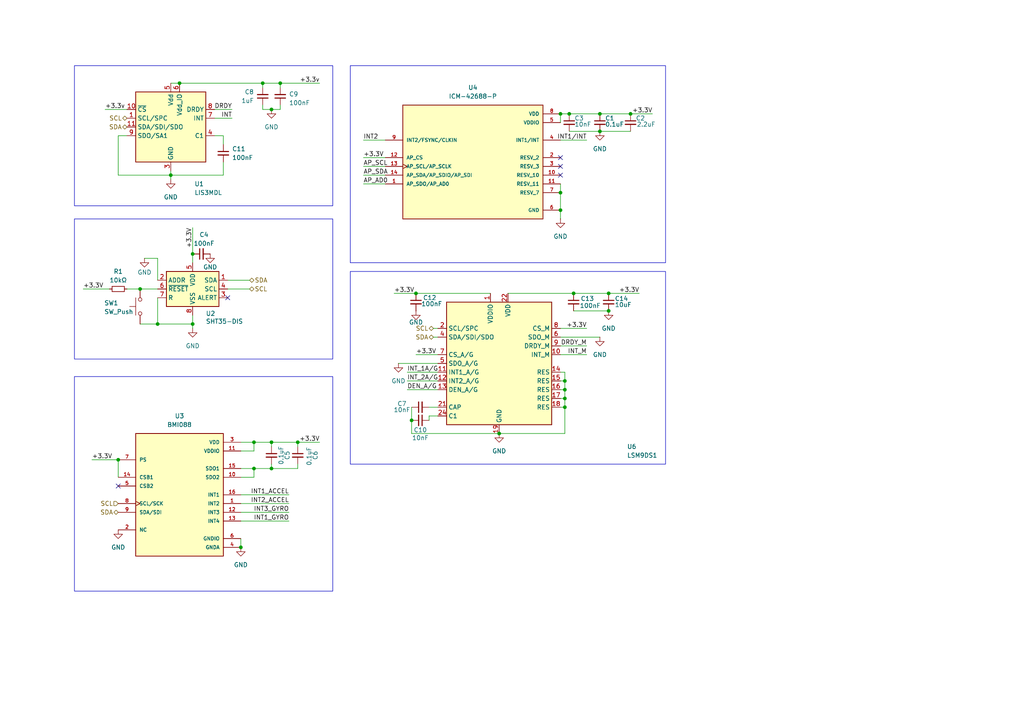
<source format=kicad_sch>
(kicad_sch (version 20241209) (generator "eeschema") (generator_version "9.0")
  (paper "A4")
  (lib_symbols
    (symbol "BMI088:BMI088" (pin_names (offset 1.016))
      (property "Reference" "U" (at -12.7 18.415 0))
      (property "Value" "BMI088" (at -12.7 -20.32 0))
      (symbol "BMI088_0_0"
        (rectangle (start -12.7 -17.78) (end 12.7 17.78) (stroke (width 0.254)) (fill (type background)))
        (pin input line (at -17.78 10.16 0) (length 5.08) (name "PS") (number "7"))
        (pin input line (at -17.78 5.08 0) (length 5.08) (name "CSB1") (number "14"))
        (pin input line (at -17.78 2.54 0) (length 5.08) (name "CSB2") (number "5"))
        (pin input clock (at -17.78 -2.54 0) (length 5.08) (name "SCL/SCK") (number "8"))
        (pin bidirectional line (at -17.78 -5.08 0) (length 5.08) (name "SDA/SDI") (number "9"))
        (pin passive line (at -17.78 -10.16 0) (length 5.08) (name "NC") (number "2"))
        (pin power_in line (at 17.78 15.24 180) (length 5.08) (name "VDD") (number "3"))
        (pin power_in line (at 17.78 12.7 180) (length 5.08) (name "VDDIO") (number "11"))
        (pin output line (at 17.78 7.62 180) (length 5.08) (name "SDO1") (number "15"))
        (pin output line (at 17.78 5.08 180) (length 5.08) (name "SDO2") (number "10"))
        (pin bidirectional line (at 17.78 0 180) (length 5.08) (name "INT1") (number "16"))
        (pin bidirectional line (at 17.78 -2.54 180) (length 5.08) (name "INT2") (number "1"))
        (pin bidirectional line (at 17.78 -5.08 180) (length 5.08) (name "INT3") (number "12"))
        (pin bidirectional line (at 17.78 -7.62 180) (length 5.08) (name "INT4") (number "13"))
        (pin power_in line (at 17.78 -12.7 180) (length 5.08) (name "GNDIO") (number "6"))
        (pin power_in line (at 17.78 -15.24 180) (length 5.08) (name "GNDA") (number "4"))
      )
    )
    (symbol "Device:C_Small" (pin_numbers (hide yes)) (pin_names (offset 0.254) (hide yes))
      (property "Reference" "C" (at 0.254 1.778 0))
      (property "Value" "C_Small" (at 0.254 -2.032 0))
      (symbol "C_Small_0_1"
        (polyline (pts (xy -1.524 0.508) (xy 1.524 0.508)) (stroke (width 0.3048)))
        (polyline (pts (xy -1.524 -0.508) (xy 1.524 -0.508)) (stroke (width 0.3302)))
      )
      (symbol "C_Small_1_1"
        (pin passive line (at 0 2.54 270) (length 2.032) (name "~") (number "1"))
        (pin passive line (at 0 -2.54 90) (length 2.032) (name "~") (number "2"))
      )
    )
    (symbol "Device:R_Small" (pin_numbers (hide yes)) (pin_names (offset 0.254) (hide yes))
      (property "Reference" "R" (at 0.762 0.508 0))
      (property "Value" "R_Small" (at 0.762 -1.016 0))
      (symbol "R_Small_0_1"
        (rectangle (start -0.762 1.778) (end 0.762 -1.778) (stroke (width 0.2032)))
      )
      (symbol "R_Small_1_1"
        (pin passive line (at 0 2.54 270) (length 0.762) (name "~") (number "1"))
        (pin passive line (at 0 -2.54 90) (length 0.762) (name "~") (number "2"))
      )
    )
    (symbol "ICM-42688-P:ICM-42688-P" (pin_names (offset 1.016))
      (property "Reference" "U" (at -20.32 16.002 0))
      (property "Value" "ICM-42688-P" (at -20.32 -20.32 0))
      (symbol "ICM-42688-P_0_0"
        (rectangle (start -20.32 -17.78) (end 20.32 15.24) (stroke (width 0.254)) (fill (type background)))
        (pin bidirectional line (at -25.4 5.08 0) (length 5.08) (name "INT2/FSYNC/CLKIN") (number "9"))
        (pin input line (at -25.4 0 0) (length 5.08) (name "AP_CS") (number "12"))
        (pin input clock (at -25.4 -2.54 0) (length 5.08) (name "AP_SCL/AP_SCLK") (number "13"))
        (pin bidirectional line (at -25.4 -5.08 0) (length 5.08) (name "AP_SDA/AP_SDIO/AP_SDI") (number "14"))
        (pin bidirectional line (at -25.4 -7.62 0) (length 5.08) (name "AP_SDO/AP_AD0") (number "1"))
        (pin power_in line (at 25.4 12.7 180) (length 5.08) (name "VDD") (number "8"))
        (pin power_in line (at 25.4 10.16 180) (length 5.08) (name "VDDIO") (number "5"))
        (pin output line (at 25.4 5.08 180) (length 5.08) (name "INT1/INT") (number "4"))
        (pin passive line (at 25.4 0 180) (length 5.08) (name "RESV_2") (number "2"))
        (pin passive line (at 25.4 -2.54 180) (length 5.08) (name "RESV_3") (number "3"))
        (pin passive line (at 25.4 -5.08 180) (length 5.08) (name "RESV_10") (number "10"))
        (pin passive line (at 25.4 -7.62 180) (length 5.08) (name "RESV_11") (number "11"))
        (pin passive line (at 25.4 -10.16 180) (length 5.08) (name "RESV_7") (number "7"))
        (pin power_in line (at 25.4 -15.24 180) (length 5.08) (name "GND") (number "6"))
      )
    )
    (symbol "Sensor_Humidity:SHT35-DIS"
      (property "Reference" "U" (at -6.35 6.35 0))
      (property "Value" "SHT35-DIS" (at 6.35 6.35 0))
      (symbol "SHT35-DIS_0_1"
        (rectangle (start -7.62 5.08) (end 7.62 -5.08) (stroke (width 0.254)) (fill (type background)))
      )
      (symbol "SHT35-DIS_1_1"
        (pin input line (at -10.16 2.54 0) (length 2.54) (name "ADDR") (number "2"))
        (pin input line (at -10.16 0 0) (length 2.54) (name "~{RESET}") (number "6"))
        (pin passive line (at -10.16 -2.54 0) (length 2.54) (name "R") (number "7"))
        (pin power_in line (at 0 7.62 270) (length 2.54) (name "VDD") (number "5"))
        (pin power_in line (at 0 -7.62 90) (length 2.54) (name "VSS") (number "8"))
        (pin passive line (at 0 -7.62 90) (length 2.54) (hide yes) (name "VSS") (number "9"))
        (pin bidirectional line (at 10.16 2.54 180) (length 2.54) (name "SDA") (number "1"))
        (pin input line (at 10.16 0 180) (length 2.54) (name "SCL") (number "4"))
        (pin output line (at 10.16 -2.54 180) (length 2.54) (name "ALERT") (number "3"))
      )
    )
    (symbol "Sensor_Magnetic:LIS3MDL"
      (property "Reference" "U" (at -8.89 11.43 0))
      (property "Value" "LIS3MDL" (at 7.62 11.43 0))
      (symbol "LIS3MDL_0_1"
        (rectangle (start -10.16 10.16) (end 10.16 -10.16) (stroke (width 0.254)) (fill (type background)))
      )
      (symbol "LIS3MDL_1_1"
        (pin input line (at -12.7 5.08 0) (length 2.54) (name "~{CS}") (number "10"))
        (pin input line (at -12.7 2.54 0) (length 2.54) (name "SCL/SPC") (number "1"))
        (pin bidirectional line (at -12.7 0 0) (length 2.54) (name "SDA/SDI/SDO") (number "11"))
        (pin bidirectional line (at -12.7 -2.54 0) (length 2.54) (name "SDO/SA1") (number "9"))
        (pin power_in line (at 0 12.7 270) (length 2.54) (name "Vdd") (number "5"))
        (pin passive line (at 0 -12.7 90) (length 2.54) (hide yes) (name "GND") (number "12"))
        (pin passive line (at 0 -12.7 90) (length 2.54) (hide yes) (name "GND") (number "2"))
        (pin power_in line (at 0 -12.7 90) (length 2.54) (name "GND") (number "3"))
        (pin power_in line (at 2.54 12.7 270) (length 2.54) (name "Vdd_IO") (number "6"))
        (pin output line (at 12.7 5.08 180) (length 2.54) (name "DRDY") (number "8"))
        (pin output line (at 12.7 2.54 180) (length 2.54) (name "INT") (number "7"))
        (pin power_out line (at 12.7 -2.54 180) (length 2.54) (name "C1") (number "4"))
      )
    )
    (symbol "Sensor_Motion:LSM9DS1"
      (property "Reference" "U" (at -15.24 21.59 0))
      (property "Value" "LSM9DS1" (at -15.24 19.05 0))
      (symbol "LSM9DS1_0_1"
        (rectangle (start -15.24 17.78) (end 15.24 -17.78) (stroke (width 0.254)) (fill (type background)))
      )
      (symbol "LSM9DS1_1_1"
        (pin input line (at -17.78 10.16 0) (length 2.54) (name "SCL/SPC") (number "2"))
        (pin bidirectional line (at -17.78 7.62 0) (length 2.54) (name "SDA/SDI/SDO") (number "4"))
        (pin input line (at -17.78 2.54 0) (length 2.54) (name "CS_A/G") (number "7"))
        (pin output line (at -17.78 0 0) (length 2.54) (name "SDO_A/G") (number "5"))
        (pin output line (at -17.78 -2.54 0) (length 2.54) (name "INT1_A/G") (number "11"))
        (pin output line (at -17.78 -5.08 0) (length 2.54) (name "INT2_A/G") (number "12"))
        (pin input line (at -17.78 -7.62 0) (length 2.54) (name "DEN_A/G") (number "13"))
        (pin passive line (at -17.78 -12.7 0) (length 2.54) (name "CAP") (number "21"))
        (pin passive line (at -17.78 -15.24 0) (length 2.54) (name "C1") (number "24"))
        (pin power_in line (at -2.54 20.32 270) (length 2.54) (name "VDDIO") (number "1"))
        (pin passive line (at -2.54 20.32 270) (length 2.54) (hide yes) (name "VDDIO") (number "3"))
        (pin power_in line (at 0 -20.32 90) (length 2.54) (name "GND") (number "19"))
        (pin passive line (at 0 -20.32 90) (length 2.54) (hide yes) (name "GND") (number "20"))
        (pin power_in line (at 2.54 20.32 270) (length 2.54) (name "VDD") (number "22"))
        (pin passive line (at 2.54 20.32 270) (length 2.54) (hide yes) (name "VDD") (number "23"))
        (pin input line (at 17.78 10.16 180) (length 2.54) (name "CS_M") (number "8"))
        (pin output line (at 17.78 7.62 180) (length 2.54) (name "SDO_M") (number "6"))
        (pin output line (at 17.78 5.08 180) (length 2.54) (name "DRDY_M") (number "9"))
        (pin output line (at 17.78 2.54 180) (length 2.54) (name "INT_M") (number "10"))
        (pin bidirectional line (at 17.78 -2.54 180) (length 2.54) (name "RES") (number "14"))
        (pin bidirectional line (at 17.78 -5.08 180) (length 2.54) (name "RES") (number "15"))
        (pin bidirectional line (at 17.78 -7.62 180) (length 2.54) (name "RES") (number "16"))
        (pin bidirectional line (at 17.78 -10.16 180) (length 2.54) (name "RES") (number "17"))
        (pin bidirectional line (at 17.78 -12.7 180) (length 2.54) (name "RES") (number "18"))
      )
    )
    (symbol "Switch:SW_Push" (pin_numbers (hide yes)) (pin_names (offset 1.016) (hide yes))
      (property "Reference" "SW" (at 1.27 2.54 0))
      (property "Value" "SW_Push" (at 0 -1.524 0))
      (symbol "SW_Push_0_1"
        (circle (center -2.032 0) (radius 0.508))
        (polyline (pts (xy 0 1.27) (xy 0 3.048)))
        (circle (center 2.032 0) (radius 0.508))
        (polyline (pts (xy 2.54 1.27) (xy -2.54 1.27)))
        (pin passive line (at -5.08 0 0) (length 2.54) (name "1") (number "1"))
        (pin passive line (at 5.08 0 180) (length 2.54) (name "2") (number "2"))
      )
    )
    (symbol "power:GND" (power) (pin_numbers (hide yes)) (pin_names (offset 0) (hide yes))
      (property "Value" "GND" (at 0 -3.81 0))
      (symbol "GND_0_1"
        (polyline (pts (xy 0 0) (xy 0 -1.27) (xy 1.27 -1.27) (xy 0 -2.54) (xy -1.27 -1.27) (xy 0 -1.27)))
      )
      (symbol "GND_1_1"
        (pin power_in line (at 0 0 270) (length 0) (name "~") (number "1"))
      )
    )
  )
  (rectangle (start 21.59 63.5) (end 96.52 104.14))
  (rectangle (start 101.6 19.05) (end 193.04 76.2))
  (rectangle (start 101.6 78.74) (end 193.04 134.62))
  (rectangle (start 21.59 19.05) (end 96.52 59.69))
  (rectangle (start 21.59 109.22) (end 96.52 171.45))
  (junction (at 76.2 24.13))
  (junction (at 55.88 73.66))
  (junction (at 144.78 125.73))
  (junction (at 34.29 133.35))
  (junction (at 55.88 93.98))
  (junction (at 73.66 128.27))
  (junction (at 73.66 135.89))
  (junction (at 69.85 158.75))
  (junction (at 173.99 38.1))
  (junction (at 120.65 85.09))
  (junction (at 45.72 93.98))
  (junction (at 86.36 128.27))
  (junction (at 176.53 85.09))
  (junction (at 176.53 90.17))
  (junction (at 119.38 121.92))
  (junction (at 52.07 24.13))
  (junction (at 81.28 24.13))
  (junction (at 40.64 83.82))
  (junction (at 173.99 33.02))
  (junction (at 162.56 55.88))
  (junction (at 163.83 115.57))
  (junction (at 163.83 113.03))
  (junction (at 162.56 60.96))
  (junction (at 162.56 33.02))
  (junction (at 78.74 128.27))
  (junction (at 163.83 118.11))
  (junction (at 163.83 110.49))
  (junction (at 182.88 33.02))
  (junction (at 49.53 50.8))
  (junction (at 165.1 33.02))
  (junction (at 78.74 135.89))
  (junction (at 166.37 85.09))
  (junction (at 78.74 31.75))
  (no_connect (at 162.56 48.26))
  (no_connect (at 162.56 45.72))
  (no_connect (at 162.56 50.8))
  (no_connect (at 66.04 86.36))
  (no_connect (at 34.29 140.97))
  (wire (pts (xy 163.83 118.11) (xy 163.83 125.73)))
  (wire (pts (xy 118.11 110.49) (xy 127 110.49)))
  (wire (pts (xy 118.11 113.03) (xy 127 113.03)))
  (wire (pts (xy 34.29 39.37) (xy 36.83 39.37)))
  (wire (pts (xy 45.72 93.98) (xy 55.88 93.98)))
  (wire (pts (xy 163.83 110.49) (xy 162.56 110.49)))
  (wire (pts (xy 125.73 95.25) (xy 127 95.25)))
  (wire (pts (xy 124.46 120.65) (xy 127 120.65)))
  (wire (pts (xy 62.23 39.37) (xy 64.77 39.37)))
  (wire (pts (xy 78.74 128.27) (xy 86.36 128.27)))
  (wire (pts (xy 69.85 130.81) (xy 73.66 130.81)))
  (wire (pts (xy 36.83 83.82) (xy 40.64 83.82)))
  (wire (pts (xy 40.64 83.82) (xy 45.72 83.82)))
  (wire (pts (xy 105.41 40.64) (xy 111.76 40.64)))
  (wire (pts (xy 76.2 31.75) (xy 78.74 31.75)))
  (wire (pts (xy 76.2 24.13) (xy 76.2 25.4)))
  (wire (pts (xy 49.53 52.07) (xy 49.53 50.8)))
  (wire (pts (xy 124.46 118.11) (xy 127 118.11)))
  (wire (pts (xy 118.11 107.95) (xy 127 107.95)))
  (wire (pts (xy 73.66 138.43) (xy 73.66 135.89)))
  (wire (pts (xy 78.74 134.62) (xy 78.74 135.89)))
  (wire (pts (xy 66.04 81.28) (xy 72.39 81.28)))
  (wire (pts (xy 81.28 24.13) (xy 92.71 24.13)))
  (wire (pts (xy 176.53 85.09) (xy 185.42 85.09)))
  (wire (pts (xy 173.99 33.02) (xy 182.88 33.02)))
  (wire (pts (xy 64.77 39.37) (xy 64.77 41.91)))
  (wire (pts (xy 163.83 110.49) (xy 163.83 113.03)))
  (wire (pts (xy 119.38 121.92) (xy 119.38 125.73)))
  (wire (pts (xy 105.41 50.8) (xy 111.76 50.8)))
  (wire (pts (xy 55.88 66.04) (xy 55.88 73.66)))
  (wire (pts (xy 163.83 118.11) (xy 162.56 118.11)))
  (wire (pts (xy 170.18 95.25) (xy 162.56 95.25)))
  (wire (pts (xy 105.41 53.34) (xy 111.76 53.34)))
  (wire (pts (xy 163.83 125.73) (xy 144.78 125.73)))
  (wire (pts (xy 120.65 102.87) (xy 127 102.87)))
  (wire (pts (xy 114.3 85.09) (xy 120.65 85.09)))
  (wire (pts (xy 73.66 128.27) (xy 73.66 130.81)))
  (wire (pts (xy 189.23 33.02) (xy 182.88 33.02)))
  (wire (pts (xy 115.57 105.41) (xy 127 105.41)))
  (wire (pts (xy 119.38 118.11) (xy 119.38 121.92)))
  (wire (pts (xy 165.1 33.02) (xy 173.99 33.02)))
  (wire (pts (xy 45.72 81.28) (xy 45.72 74.93)))
  (wire (pts (xy 34.29 39.37) (xy 34.29 50.8)))
  (wire (pts (xy 162.56 33.02) (xy 162.56 35.56)))
  (wire (pts (xy 69.85 151.13) (xy 83.82 151.13)))
  (wire (pts (xy 66.04 83.82) (xy 72.39 83.82)))
  (wire (pts (xy 162.56 53.34) (xy 162.56 55.88)))
  (wire (pts (xy 64.77 50.8) (xy 49.53 50.8)))
  (wire (pts (xy 165.1 38.1) (xy 173.99 38.1)))
  (wire (pts (xy 69.85 143.51) (xy 83.82 143.51)))
  (wire (pts (xy 163.83 107.95) (xy 162.56 107.95)))
  (wire (pts (xy 45.72 86.36) (xy 45.72 93.98)))
  (wire (pts (xy 81.28 31.75) (xy 81.28 30.48)))
  (wire (pts (xy 163.83 115.57) (xy 162.56 115.57)))
  (wire (pts (xy 69.85 138.43) (xy 73.66 138.43)))
  (wire (pts (xy 69.85 156.21) (xy 69.85 158.75)))
  (wire (pts (xy 125.73 97.79) (xy 127 97.79)))
  (wire (pts (xy 81.28 24.13) (xy 81.28 25.4)))
  (wire (pts (xy 119.38 125.73) (xy 144.78 125.73)))
  (wire (pts (xy 86.36 135.89) (xy 86.36 134.62)))
  (wire (pts (xy 162.56 60.96) (xy 162.56 63.5)))
  (wire (pts (xy 162.56 97.79) (xy 173.99 97.79)))
  (wire (pts (xy 173.99 38.1) (xy 182.88 38.1)))
  (wire (pts (xy 24.13 83.82) (xy 31.75 83.82)))
  (wire (pts (xy 69.85 135.89) (xy 73.66 135.89)))
  (wire (pts (xy 34.29 50.8) (xy 49.53 50.8)))
  (wire (pts (xy 40.64 93.98) (xy 45.72 93.98)))
  (wire (pts (xy 78.74 31.75) (xy 81.28 31.75)))
  (wire (pts (xy 76.2 30.48) (xy 76.2 31.75)))
  (wire (pts (xy 105.41 48.26) (xy 111.76 48.26)))
  (wire (pts (xy 30.48 31.75) (xy 36.83 31.75)))
  (wire (pts (xy 163.83 113.03) (xy 163.83 115.57)))
  (wire (pts (xy 26.67 133.35) (xy 34.29 133.35)))
  (wire (pts (xy 166.37 90.17) (xy 176.53 90.17)))
  (wire (pts (xy 69.85 128.27) (xy 73.66 128.27)))
  (wire (pts (xy 120.65 85.09) (xy 142.24 85.09)))
  (wire (pts (xy 55.88 93.98) (xy 55.88 91.44)))
  (wire (pts (xy 41.91 74.93) (xy 45.72 74.93)))
  (wire (pts (xy 163.83 115.57) (xy 163.83 118.11)))
  (wire (pts (xy 76.2 24.13) (xy 81.28 24.13)))
  (wire (pts (xy 162.56 40.64) (xy 170.18 40.64)))
  (wire (pts (xy 49.53 24.13) (xy 52.07 24.13)))
  (wire (pts (xy 162.56 55.88) (xy 162.56 60.96)))
  (wire (pts (xy 166.37 85.09) (xy 176.53 85.09)))
  (wire (pts (xy 73.66 135.89) (xy 78.74 135.89)))
  (wire (pts (xy 55.88 73.66) (xy 55.88 76.2)))
  (wire (pts (xy 78.74 128.27) (xy 78.74 129.54)))
  (wire (pts (xy 62.23 34.29) (xy 67.31 34.29)))
  (wire (pts (xy 69.85 148.59) (xy 83.82 148.59)))
  (wire (pts (xy 162.56 102.87) (xy 170.18 102.87)))
  (wire (pts (xy 124.46 121.92) (xy 124.46 120.65)))
  (wire (pts (xy 52.07 24.13) (xy 76.2 24.13)))
  (wire (pts (xy 92.71 128.27) (xy 86.36 128.27)))
  (wire (pts (xy 64.77 46.99) (xy 64.77 50.8)))
  (wire (pts (xy 78.74 135.89) (xy 86.36 135.89)))
  (wire (pts (xy 147.32 85.09) (xy 166.37 85.09)))
  (wire (pts (xy 49.53 50.8) (xy 49.53 49.53)))
  (wire (pts (xy 163.83 113.03) (xy 162.56 113.03)))
  (wire (pts (xy 69.85 146.05) (xy 83.82 146.05)))
  (wire (pts (xy 34.29 133.35) (xy 34.29 138.43)))
  (wire (pts (xy 163.83 107.95) (xy 163.83 110.49)))
  (wire (pts (xy 62.23 31.75) (xy 67.31 31.75)))
  (wire (pts (xy 73.66 128.27) (xy 78.74 128.27)))
  (wire (pts (xy 162.56 33.02) (xy 165.1 33.02)))
  (wire (pts (xy 55.88 95.25) (xy 55.88 93.98)))
  (wire (pts (xy 105.41 45.72) (xy 111.76 45.72)))
  (wire (pts (xy 86.36 128.27) (xy 86.36 129.54)))
  (wire (pts (xy 162.56 100.33) (xy 170.18 100.33)))
  (label "DRDY_M" (at 170.18 100.33 180))
  (label "AP_SDA" (at 105.41 50.8 0))
  (label "+3.3v" (at 92.71 24.13 180))
  (label "INT1_ACCEL" (at 83.82 143.51 180))
  (label "DEN_A{slash}G" (at 118.11 113.03 0))
  (label "+3.3V" (at 185.42 85.09 180))
  (label "INT_M" (at 170.18 102.87 180))
  (label "INT_1A{slash}G" (at 118.11 107.95 0))
  (label "INT" (at 67.31 34.29 180))
  (label "+3.3V" (at 170.18 95.25 180))
  (label "+3.3v" (at 30.48 31.75 0))
  (label "INT_2A{slash}G" (at 118.11 110.49 0))
  (label "INT1{slash}INT" (at 170.18 40.64 180))
  (label "AP_AD0" (at 105.41 53.34 0))
  (label "+3.3V" (at 189.23 33.02 180))
  (label "INT1_GYRO" (at 83.82 151.13 180))
  (label "+3.3V" (at 26.67 133.35 0))
  (label "INT2" (at 105.41 40.64 0))
  (label "INT2_ACCEL" (at 83.82 146.05 180))
  (label "+3.3V" (at 105.41 45.72 0))
  (label "AP_SCL" (at 105.41 48.26 0))
  (label "+3.3V" (at 120.65 102.87 0))
  (label "INT3_GYRO" (at 83.82 148.59 180))
  (label "+3.3V" (at 24.13 83.82 0))
  (label "+3.3V" (at 114.3 85.09 0))
  (label "DRDY" (at 67.31 31.75 180))
  (label "+3.3V" (at 55.88 66.04 270))
  (label "+3.3V" (at 92.71 128.27 180))
  (hierarchical_label "SDA" (shape bidirectional) (at 36.83 36.83 180))
  (hierarchical_label "SCL" (shape input) (at 34.29 146.05 180))
  (hierarchical_label "SCL" (shape bidirectional) (at 125.73 95.25 180))
  (hierarchical_label "SCL" (shape bidirectional) (at 72.39 83.82 0))
  (hierarchical_label "SDA" (shape bidirectional) (at 34.29 148.59 180))
  (hierarchical_label "SDA" (shape bidirectional) (at 72.39 81.28 0))
  (hierarchical_label "SDA" (shape bidirectional) (at 125.73 97.79 180))
  (hierarchical_label "SCL" (shape bidirectional) (at 36.83 34.29 180))
  (symbol (lib_id "Device:C_Small") (at 76.2 27.94 180) (unit 1)
    (property "Reference" "C8" (at 73.66 26.6635 0) (effects (justify left)))
    (property "Value" "1uF" (at 73.66 29.2035 0) (effects (justify left)))
    (property "Footprint" "Capacitor_SMD:C_0402_1005Metric" (effects (hide yes)))
  )
  (symbol (lib_id "Device:C_Small") (at 173.99 35.56 0) (unit 1)
    (property "Reference" "C1" (at 175.514 34.29 0) (effects (justify left)))
    (property "Value" "0.1uF" (at 175.514 36.068 0) (effects (justify left)))
    (property "Description" "Unpolarized capacitor, small symbol" (effects (hide yes)))
  )
  (symbol (lib_id "ICM-42688-P:ICM-42688-P") (at 137.16 45.72 0) (unit 1)
    (property "Reference" "U4" (at 137.16 25.4 0))
    (property "Value" "ICM-42688-P" (at 137.16 27.94 0))
    (property "Footprint" "ICM-42688-P:PQFN50P300X250X97-14N" (effects (hide yes)))
    (property "MF" "TDK InvenSense" (effects (hide yes)))
    (property "MAXIMUM_PACKAGE_HEIGHT" "0.97mm" (effects (hide yes)))
    (property "Package" "LGA-14 TDK InvenSense" (effects (hide yes)))
    (property "Price" "None" (effects (hide yes)))
    (property "Check_prices" "https://www.snapeda.com/parts/ICM-42688-P/TDK/view-part/?ref=eda" (effects (hide yes)))
    (property "STANDARD" "IPC-7351B" (effects (hide yes)))
    (property "PARTREV" "1.2" (effects (hide yes)))
    (property "SnapEDA_Link" "https://www.snapeda.com/parts/ICM-42688-P/TDK/view-part/?ref=snap" (effects (hide yes)))
    (property "MP" "ICM-42688-P" (effects (hide yes)))
    (property "Description_1" "Accelerometer, Gyroscope, 6 Axis Sensor - Output" (effects (hide yes)))
    (property "Availability" "In Stock" (effects (hide yes)))
    (property "MANUFACTURER" "TDK InvenSense" (effects (hide yes)))
  )
  (symbol (lib_id "power:GND") (at 144.78 125.73 0) (unit 1)
    (property "Reference" "#PWR08" (effects (hide yes)))
    (property "Value" "GND" (at 144.78 130.81 0))
    (property "Description" "Power symbol creates a global label with name \"GND\" , ground" (effects (hide yes)))
  )
  (symbol (lib_id "Device:C_Small") (at 58.42 73.66 90) (unit 1)
    (property "Reference" "C4" (at 59.182 68.072 90))
    (property "Value" "100nF" (at 59.182 70.612 90))
    (property "Description" "Unpolarized capacitor, small symbol" (effects (hide yes)))
  )
  (symbol (lib_id "power:GND") (at 173.99 97.79 0) (unit 1)
    (property "Reference" "#PWR09" (effects (hide yes)))
    (property "Value" "GND" (at 173.99 102.87 0))
    (property "Description" "Power symbol creates a global label with name \"GND\" , ground" (effects (hide yes)))
  )
  (symbol (lib_id "Device:C_Small") (at 121.92 121.92 270) (unit 1)
    (property "Reference" "C10" (at 121.92 124.714 90))
    (property "Value" "10nF" (at 121.92 127 90))
    (property "Description" "Unpolarized capacitor, small symbol" (effects (hide yes)))
  )
  (symbol (lib_id "power:GND") (at 69.85 158.75 0) (unit 1)
    (property "Reference" "#PWR07" (effects (hide yes)))
    (property "Value" "GND" (at 69.85 163.83 0))
    (property "Description" "Power symbol creates a global label with name \"GND\" , ground" (effects (hide yes)))
  )
  (symbol (lib_id "Sensor_Motion:LSM9DS1") (at 144.78 105.41 0) (unit 1)
    (property "Reference" "U6" (at 181.864 129.54 0) (effects (justify left)))
    (property "Value" "LSM9DS1" (at 181.864 132.08 0) (effects (justify left)))
    (property "Footprint" "Package_LGA:LGA-24L_3x3.5mm_P0.43mm" (effects (hide yes)))
    (property "Datasheet" "https://www.digikey.com/htmldatasheets/production/1639232/0/0/1/LSM9DS1-Datasheet.pdf" (effects (hide yes)))
    (property "Description" "I2C SPI 9 axis IMU accelerometer gyroscope magnetometer" (effects (hide yes)))
  )
  (symbol (lib_id "BMI088:BMI088") (at 52.07 143.51 0) (unit 1)
    (property "Reference" "U3" (at 52.07 120.65 0))
    (property "Value" "BMI088" (at 52.07 123.19 0))
    (property "Footprint" "PQFN50P450X300X100-16N" (effects (hide yes)))
    (property "MF" "Bosch Sensortec" (effects (hide yes)))
    (property "PURCHASE-URL" "https://pricing.snapeda.com/search/part/BMI088/?ref=eda" (effects (hide yes)))
    (property "PACKAGE" "VFLGA-16 Bosch Sensortec" (effects (hide yes)))
    (property "PRICE" "None" (effects (hide yes)))
    (property "MP" "BMI088" (effects (hide yes)))
    (property "AVAILABILITY" "In Stock" (effects (hide yes)))
    (property "DESCRIPTION" "Accelerometer, Gyroscope, 6 Axis Sensor I²C, SPI Output" (effects (hide yes)))
  )
  (symbol (lib_id "Sensor_Magnetic:LIS3MDL") (at 49.53 36.83 0) (unit 1)
    (property "Reference" "U1" (at 56.388 53.34 0) (effects (justify left)))
    (property "Value" "LIS3MDL" (at 56.388 55.88 0) (effects (justify left)))
    (property "Footprint" "Package_LGA:LGA-12_2x2mm_P0.5mm" (effects (hide yes)))
    (property "Datasheet" "https://www.st.com/resource/en/datasheet/lis3mdl.pdf" (effects (hide yes)))
    (property "Description" "Ultra-low-power, 3-axis digital output magnetometer, LGA-12" (effects (hide yes)))
  )
  (symbol (lib_id "power:GND") (at 162.56 63.5 0) (unit 1)
    (property "Reference" "#PWR01" (effects (hide yes)))
    (property "Value" "GND" (at 162.56 68.58 0))
    (property "Description" "Power symbol creates a global label with name \"GND\" , ground" (effects (hide yes)))
  )
  (symbol (lib_id "Device:C_Small") (at 165.1 35.56 0) (unit 1)
    (property "Reference" "C3" (at 166.624 34.29 0) (effects (justify left)))
    (property "Value" "10nF" (at 166.624 36.068 0) (effects (justify left)))
    (property "Description" "Unpolarized capacitor, small symbol" (effects (hide yes)))
  )
  (symbol (lib_id "power:GND") (at 41.91 74.93 0) (unit 1)
    (property "Reference" "#PWR05" (effects (hide yes)))
    (property "Value" "GND" (at 41.91 78.994 0))
    (property "Description" "Power symbol creates a global label with name \"GND\" , ground" (effects (hide yes)))
  )
  (symbol (lib_id "Device:C_Small") (at 121.92 118.11 90) (unit 1)
    (property "Reference" "C7" (at 116.586 117.094 90))
    (property "Value" "10nF" (at 116.586 118.872 90))
    (property "Description" "Unpolarized capacitor, small symbol" (effects (hide yes)))
  )
  (symbol (lib_id "Device:C_Small") (at 120.65 87.63 0) (unit 1)
    (property "Reference" "C12" (at 122.682 86.36 0) (effects (justify left)))
    (property "Value" "100nF" (at 122.174 88.138 0) (effects (justify left)))
    (property "Description" "Unpolarized capacitor, small symbol" (effects (hide yes)))
  )
  (symbol (lib_id "Device:C_Small") (at 78.74 132.08 0) (unit 1)
    (property "Reference" "C5" (at 83.312 132.08 90))
    (property "Value" "0.1uF" (at 81.534 132.08 90))
    (property "Description" "Unpolarized capacitor, small symbol" (effects (hide yes)))
  )
  (symbol (lib_id "power:GND") (at 55.88 95.25 0) (unit 1)
    (property "Reference" "#PWR03" (effects (hide yes)))
    (property "Value" "GND" (at 55.88 100.33 0))
    (property "Description" "Power symbol creates a global label with name \"GND\" , ground" (effects (hide yes)))
  )
  (symbol (lib_id "Device:C_Small") (at 86.36 132.08 0) (unit 1)
    (property "Reference" "C6" (at 91.44 132.08 90))
    (property "Value" "0.1uF" (at 89.662 132.334 90))
    (property "Description" "Unpolarized capacitor, small symbol" (effects (hide yes)))
  )
  (symbol (lib_id "Device:R_Small") (at 34.29 83.82 90) (unit 1)
    (property "Reference" "R1" (at 34.29 78.74 90))
    (property "Value" "10kΩ" (at 34.29 81.28 90))
    (property "Description" "Resistor, small symbol" (effects (hide yes)))
  )
  (symbol (lib_id "power:GND") (at 115.57 105.41 0) (unit 1)
    (property "Reference" "#PWR010" (effects (hide yes)))
    (property "Value" "GND" (at 115.57 110.49 0))
    (property "Description" "Power symbol creates a global label with name \"GND\" , ground" (effects (hide yes)))
  )
  (symbol (lib_id "Sensor_Humidity:SHT35-DIS") (at 55.88 83.82 0) (unit 1)
    (property "Reference" "U2" (at 59.69 90.932 0) (effects (justify left)))
    (property "Value" "SHT35-DIS" (at 59.69 93.218 0) (effects (justify left)))
    (property "Footprint" "Sensor_Humidity:Sensirion_DFN-8-1EP_2.5x2.5mm_P0.5mm_EP1.1x1.7mm" (effects (hide yes)))
    (property "Datasheet" "https://www.sensirion.com/fileadmin/user_upload/customers/sensirion/Dokumente/2_Humidity_Sensors/Datasheets/Sensirion_Humidity_Sensors_SHT3x_Datasheet_digital.pdf" (effects (hide yes)))
    (property "Description" "I²C humidity and temperature sensor, ±1.5%RH, ±0.1°C, DFN-8" (effects (hide yes)))
  )
  (symbol (lib_id "power:GND") (at 49.53 52.07 0) (unit 1)
    (property "Reference" "#PWR028" (effects (hide yes)))
    (property "Value" "GND" (at 49.53 57.15 0))
  )
  (symbol (lib_id "power:GND") (at 176.53 90.17 0) (unit 1)
    (property "Reference" "#PWR012" (effects (hide yes)))
    (property "Value" "GND" (at 176.53 95.25 0))
    (property "Description" "Power symbol creates a global label with name \"GND\" , ground" (effects (hide yes)))
  )
  (symbol (lib_id "power:GND") (at 60.96 73.66 0) (unit 1)
    (property "Reference" "#PWR04" (effects (hide yes)))
    (property "Value" "GND" (at 60.96 77.47 0))
    (property "Description" "Power symbol creates a global label with name \"GND\" , ground" (effects (hide yes)))
  )
  (symbol (lib_id "Device:C_Small") (at 182.88 35.56 0) (unit 1)
    (property "Reference" "C2" (at 184.404 34.29 0) (effects (justify left)))
    (property "Value" "2.2uF" (at 184.658 36.068 0) (effects (justify left)))
    (property "Description" "Unpolarized capacitor, small symbol" (effects (hide yes)))
  )
  (symbol (lib_id "power:GND") (at 78.74 31.75 0) (unit 1)
    (property "Reference" "#PWR031" (effects (hide yes)))
    (property "Value" "GND" (at 78.74 36.83 0))
  )
  (symbol (lib_id "power:GND") (at 34.29 153.67 0) (unit 1)
    (property "Reference" "#PWR06" (effects (hide yes)))
    (property "Value" "GND" (at 34.29 158.75 0))
    (property "Description" "Power symbol creates a global label with name \"GND\" , ground" (effects (hide yes)))
  )
  (symbol (lib_id "power:GND") (at 173.99 38.1 0) (unit 1)
    (property "Reference" "#PWR02" (effects (hide yes)))
    (property "Value" "GND" (at 173.99 43.18 0))
    (property "Description" "Power symbol creates a global label with name \"GND\" , ground" (effects (hide yes)))
  )
  (symbol (lib_id "power:GND") (at 120.65 90.17 0) (unit 1)
    (property "Reference" "#PWR011" (effects (hide yes)))
    (property "Value" "GND" (at 120.65 93.472 0))
    (property "Description" "Power symbol creates a global label with name \"GND\" , ground" (effects (hide yes)))
  )
  (symbol (lib_id "Switch:SW_Push") (at 40.64 88.9 90) (unit 1)
    (property "Reference" "SW1" (at 30.226 87.884 90) (effects (justify right)))
    (property "Value" "SW_Push" (at 30.226 90.424 90) (effects (justify right)))
    (property "Description" "Push button switch, generic, two pins" (effects (hide yes)))
  )
  (symbol (lib_id "Device:C_Small") (at 176.53 87.63 0) (unit 1)
    (property "Reference" "C14" (at 178.308 86.614 0) (effects (justify left)))
    (property "Value" "10uF" (at 178.308 88.392 0) (effects (justify left)))
    (property "Description" "Unpolarized capacitor, small symbol" (effects (hide yes)))
  )
  (symbol (lib_id "Device:C_Small") (at 166.37 87.63 0) (unit 1)
    (property "Reference" "C13" (at 168.402 86.614 0) (effects (justify left)))
    (property "Value" "100nF" (at 168.148 88.646 0) (effects (justify left)))
    (property "Description" "Unpolarized capacitor, small symbol" (effects (hide yes)))
  )
  (symbol (lib_id "Device:C_Small") (at 81.28 27.94 180) (unit 1)
    (property "Reference" "C9" (at 83.82 27.2986 0) (effects (justify right)))
    (property "Value" "100nF" (at 83.82 29.8386 0) (effects (justify right)))
    (property "Footprint" "Capacitor_SMD:C_0402_1005Metric" (effects (hide yes)))
  )
  (symbol (lib_id "Device:C_Small") (at 64.77 44.45 0) (unit 1)
    (property "Reference" "C11" (at 67.31 43.1862 0) (effects (justify left)))
    (property "Value" "100nF" (at 67.31 45.7262 0) (effects (justify left)))
    (property "Footprint" "Capacitor_SMD:C_0402_1005Metric" (effects (hide yes)))
    (property "Description" "Unpolarized capacitor, small symbol" (effects (hide yes)))
  )
)
</source>
